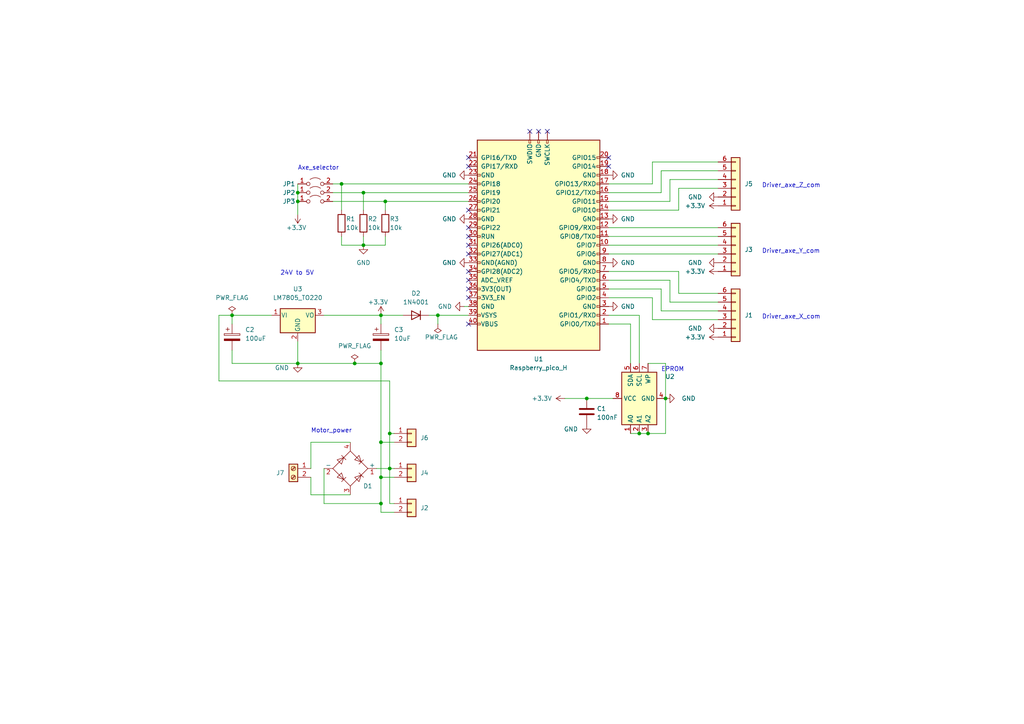
<source format=kicad_sch>
(kicad_sch (version 20211123) (generator eeschema)
  (paper "A4")
  (title_block (title "Raspberry_motor_3_axes") (date "2023-07-07") (rev "0") (company "ALEPH") (comment 1 "By : LAMBERT Tanguy"))
  (lib_symbols
    (symbol "Connector:Screw_Terminal_01x02" (pin_names (offset 1.016) hide)
      (property "Reference" "J" (at 0 2.54 0))
      (property "Value" "Screw_Terminal_01x02" (at 0 -5.08 0))
      (symbol "Screw_Terminal_01x02_1_1"
        (rectangle (start -1.27 1.27) (end 1.27 -3.81) (stroke (width 0.254)) (fill (type background)))
        (circle (center 0 -2.54) (radius 0.635) (stroke (width 0.1524)))
        (polyline (pts (xy -0.5334 -2.2098) (xy 0.3302 -3.048)) (stroke (width 0.1524)))
        (polyline (pts (xy -0.5334 0.3302) (xy 0.3302 -0.508)) (stroke (width 0.1524)))
        (polyline (pts (xy -0.3556 -2.032) (xy 0.508 -2.8702)) (stroke (width 0.1524)))
        (polyline (pts (xy -0.3556 0.508) (xy 0.508 -0.3302)) (stroke (width 0.1524)))
        (circle (center 0 0) (radius 0.635) (stroke (width 0.1524)))
        (pin passive line (at -5.08 0 0) (length 3.81) (name "Pin_1") (number "1"))
        (pin passive line (at -5.08 -2.54 0) (length 3.81) (name "Pin_2") (number "2"))
      )
    )
    (symbol "Connector_Generic:Conn_01x02" (pin_names (offset 1.016) hide)
      (property "Reference" "J" (at 0 2.54 0))
      (property "Value" "Conn_01x02" (at 0 -5.08 0))
      (symbol "Conn_01x02_1_1"
        (rectangle (start -1.27 -2.413) (end 0 -2.667) (stroke (width 0.1524)))
        (rectangle (start -1.27 0.127) (end 0 -0.127) (stroke (width 0.1524)))
        (rectangle (start -1.27 1.27) (end 1.27 -3.81) (stroke (width 0.254)) (fill (type background)))
        (pin passive line (at -5.08 0 0) (length 3.81) (name "Pin_1") (number "1"))
        (pin passive line (at -5.08 -2.54 0) (length 3.81) (name "Pin_2") (number "2"))
      )
    )
    (symbol "Connector_Generic:Conn_01x06" (pin_names (offset 1.016) hide)
      (property "Reference" "J" (at 0 7.62 0))
      (property "Value" "Conn_01x06" (at 0 -10.16 0))
      (symbol "Conn_01x06_1_1"
        (rectangle (start -1.27 -7.493) (end 0 -7.747) (stroke (width 0.1524)))
        (rectangle (start -1.27 -4.953) (end 0 -5.207) (stroke (width 0.1524)))
        (rectangle (start -1.27 -2.413) (end 0 -2.667) (stroke (width 0.1524)))
        (rectangle (start -1.27 0.127) (end 0 -0.127) (stroke (width 0.1524)))
        (rectangle (start -1.27 2.667) (end 0 2.413) (stroke (width 0.1524)))
        (rectangle (start -1.27 5.207) (end 0 4.953) (stroke (width 0.1524)))
        (rectangle (start -1.27 6.35) (end 1.27 -8.89) (stroke (width 0.254)) (fill (type background)))
        (pin passive line (at -5.08 5.08 0) (length 3.81) (name "Pin_1") (number "1"))
        (pin passive line (at -5.08 2.54 0) (length 3.81) (name "Pin_2") (number "2"))
        (pin passive line (at -5.08 0 0) (length 3.81) (name "Pin_3") (number "3"))
        (pin passive line (at -5.08 -2.54 0) (length 3.81) (name "Pin_4") (number "4"))
        (pin passive line (at -5.08 -5.08 0) (length 3.81) (name "Pin_5") (number "5"))
        (pin passive line (at -5.08 -7.62 0) (length 3.81) (name "Pin_6") (number "6"))
      )
    )
    (symbol "Device:C" (pin_numbers hide) (pin_names (offset 0.254))
      (property "Reference" "C" (at 0.635 2.54 0))
      (property "Value" "C" (at 0.635 -2.54 0))
      (symbol "C_0_1"
        (polyline (pts (xy -2.032 -0.762) (xy 2.032 -0.762)) (stroke (width 0.508)))
        (polyline (pts (xy -2.032 0.762) (xy 2.032 0.762)) (stroke (width 0.508)))
      )
      (symbol "C_1_1"
        (pin passive line (at 0 3.81 270) (length 2.794) (name "~") (number "1"))
        (pin passive line (at 0 -3.81 90) (length 2.794) (name "~") (number "2"))
      )
    )
    (symbol "Device:C_Polarized" (pin_numbers hide) (pin_names (offset 0.254))
      (property "Reference" "C" (at 0.635 2.54 0))
      (property "Value" "C_Polarized" (at 0.635 -2.54 0))
      (symbol "C_Polarized_0_1"
        (rectangle (start -2.286 0.508) (end 2.286 1.016))
        (polyline (pts (xy -1.778 2.286) (xy -0.762 2.286)))
        (polyline (pts (xy -1.27 2.794) (xy -1.27 1.778)))
        (rectangle (start 2.286 -0.508) (end -2.286 -1.016) (fill (type outline)))
      )
      (symbol "C_Polarized_1_1"
        (pin passive line (at 0 3.81 270) (length 2.794) (name "~") (number "1"))
        (pin passive line (at 0 -3.81 90) (length 2.794) (name "~") (number "2"))
      )
    )
    (symbol "Device:R" (pin_numbers hide) (pin_names (offset 0))
      (property "Reference" "R" (at 2.032 0 90))
      (property "Value" "R" (at 0 0 90))
      (symbol "R_0_1"
        (rectangle (start -1.016 -2.54) (end 1.016 2.54) (stroke (width 0.254)))
      )
      (symbol "R_1_1"
        (pin passive line (at 0 3.81 270) (length 1.27) (name "~") (number "1"))
        (pin passive line (at 0 -3.81 90) (length 1.27) (name "~") (number "2"))
      )
    )
    (symbol "Diode:1N4001" (pin_numbers hide) (pin_names (offset 1.016) hide)
      (property "Reference" "D" (at 0 2.54 0))
      (property "Value" "1N4001" (at 0 -2.54 0))
      (symbol "1N4001_0_1"
        (polyline (pts (xy -1.27 1.27) (xy -1.27 -1.27)) (stroke (width 0.254)))
        (polyline (pts (xy 1.27 0) (xy -1.27 0)))
        (polyline (pts (xy 1.27 1.27) (xy 1.27 -1.27) (xy -1.27 0) (xy 1.27 1.27)) (stroke (width 0.254)))
      )
      (symbol "1N4001_1_1"
        (pin passive line (at -3.81 0 0) (length 2.54) (name "K") (number "1"))
        (pin passive line (at 3.81 0 180) (length 2.54) (name "A") (number "2"))
      )
    )
    (symbol "Diode_Bridge:ABS2" (pin_names (offset 0))
      (property "Reference" "D" (at 2.54 6.985 0))
      (property "Value" "ABS2" (at 2.54 5.08 0))
      (symbol "ABS2_0_1"
        (polyline (pts (xy -2.54 3.81) (xy -1.27 2.54)))
        (polyline (pts (xy -1.27 -2.54) (xy -2.54 -3.81)))
        (polyline (pts (xy 2.54 -1.27) (xy 3.81 -2.54)))
        (polyline (pts (xy 2.54 1.27) (xy 3.81 2.54)))
        (polyline (pts (xy -3.81 2.54) (xy -2.54 1.27) (xy -1.905 3.175) (xy -3.81 2.54)))
        (polyline (pts (xy -2.54 -1.27) (xy -3.81 -2.54) (xy -1.905 -3.175) (xy -2.54 -1.27)))
        (polyline (pts (xy 1.27 2.54) (xy 2.54 3.81) (xy 3.175 1.905) (xy 1.27 2.54)))
        (polyline (pts (xy 3.175 -1.905) (xy 1.27 -2.54) (xy 2.54 -3.81) (xy 3.175 -1.905)))
        (polyline (pts (xy -5.08 0) (xy 0 -5.08) (xy 5.08 0) (xy 0 5.08) (xy -5.08 0)))
      )
      (symbol "ABS2_1_1"
        (pin passive line (at 7.62 0 180) (length 2.54) (name "+") (number "1"))
        (pin passive line (at -7.62 0 0) (length 2.54) (name "-") (number "2"))
        (pin passive line (at 0 -7.62 90) (length 2.54) (name "~") (number "3"))
        (pin passive line (at 0 7.62 270) (length 2.54) (name "~") (number "4"))
      )
    )
    (symbol "Jumper:Jumper_2_Open" (pin_names (offset 0) hide)
      (property "Reference" "JP" (at 0 2.794 0))
      (property "Value" "Jumper_2_Open" (at 0 -2.286 0))
      (symbol "Jumper_2_Open_0_0"
        (circle (center -2.032 0) (radius 0.508))
        (circle (center 2.032 0) (radius 0.508))
      )
      (symbol "Jumper_2_Open_0_1"
        (arc (start 1.524 1.27) (mid 0 1.778) (end -1.524 1.27))
      )
      (symbol "Jumper_2_Open_1_1"
        (pin passive line (at -5.08 0 0) (length 2.54) (name "A") (number "1"))
        (pin passive line (at 5.08 0 180) (length 2.54) (name "B") (number "2"))
      )
    )
    (symbol "Memory_EEPROM:24LC01"
      (property "Reference" "U" (at -6.35 6.35 0))
      (property "Value" "24LC01" (at 1.27 6.35 0))
      (symbol "24LC01_1_1"
        (rectangle (start -7.62 5.08) (end 7.62 -5.08) (stroke (width 0.254)) (fill (type background)))
        (pin input line (at -10.16 2.54 0) (length 2.54) (name "A0") (number "1"))
        (pin input line (at -10.16 0 0) (length 2.54) (name "A1") (number "2"))
        (pin input line (at -10.16 -2.54 0) (length 2.54) (name "A2") (number "3"))
        (pin power_in line (at 0 -7.62 90) (length 2.54) (name "GND") (number "4"))
        (pin bidirectional line (at 10.16 2.54 180) (length 2.54) (name "SDA") (number "5"))
        (pin input line (at 10.16 0 180) (length 2.54) (name "SCL") (number "6"))
        (pin input line (at 10.16 -2.54 180) (length 2.54) (name "WP") (number "7"))
        (pin power_in line (at 0 7.62 270) (length 2.54) (name "VCC") (number "8"))
      )
    )
    (symbol "ProjetStepperMotor:Raspberry_pico_H" (pin_names (offset 1.016))
      (property "Reference" "Raspberry_Pi_Pico_H_2021" (at -17.78 31.75 0))
      (property "Value" "Raspberry_pico_H" (at 10.16 -31.75 0))
      (symbol "Raspberry_pico_H_0_1"
        (rectangle (start -17.78 30.48) (end 17.78 -30.48) (stroke (width 0.254)) (fill (type background)))
      )
      (symbol "Raspberry_pico_H_1_1"
        (rectangle (start -16.891 -25.146) (end -17.78 -25.654))
        (rectangle (start -16.891 -22.606) (end -17.78 -23.114))
        (rectangle (start -16.891 -20.066) (end -17.78 -20.574))
        (rectangle (start -16.891 -17.526) (end -17.78 -18.034))
        (rectangle (start -16.891 -14.986) (end -17.78 -15.494))
        (rectangle (start -16.891 -12.446) (end -17.78 -12.954))
        (rectangle (start -16.891 -9.906) (end -17.78 -10.414))
        (rectangle (start -16.891 -7.366) (end -17.78 -7.874))
        (rectangle (start -16.891 -4.826) (end -17.78 -5.334))
        (rectangle (start -16.891 -2.286) (end -17.78 -2.794))
        (rectangle (start -16.891 0.254) (end -17.78 -0.254))
        (rectangle (start -16.891 2.794) (end -17.78 2.286))
        (rectangle (start -16.891 5.334) (end -17.78 4.826))
        (rectangle (start -16.891 7.874) (end -17.78 7.366))
        (rectangle (start -16.891 10.414) (end -17.78 9.906))
        (rectangle (start -16.891 12.954) (end -17.78 12.446))
        (rectangle (start -16.891 15.494) (end -17.78 14.986))
        (rectangle (start -16.891 18.034) (end -17.78 17.526))
        (rectangle (start -16.891 20.574) (end -17.78 20.066))
        (rectangle (start -16.891 23.114) (end -17.78 22.606))
        (rectangle (start -2.794 -29.591) (end -2.286 -30.48))
        (rectangle (start -0.254 -29.591) (end 0.254 -30.48))
        (rectangle (start 2.286 -29.591) (end 2.794 -30.48))
        (rectangle (start 17.78 -20.066) (end 16.891 -20.574))
        (rectangle (start 17.78 -17.526) (end 16.891 -18.034))
        (rectangle (start 17.78 -12.446) (end 16.891 -12.954))
        (rectangle (start 17.78 -9.906) (end 16.891 -10.414))
        (rectangle (start 17.78 -7.366) (end 16.891 -7.874))
        (rectangle (start 17.78 -4.826) (end 16.891 -5.334))
        (rectangle (start 17.78 -2.286) (end 16.891 -2.794))
        (rectangle (start 17.78 2.794) (end 16.891 2.286))
        (rectangle (start 17.78 5.334) (end 16.891 4.826))
        (rectangle (start 17.78 7.874) (end 16.891 7.366))
        (rectangle (start 17.78 12.954) (end 16.891 12.446))
        (rectangle (start 17.78 15.494) (end 16.891 14.986))
        (rectangle (start 17.78 20.574) (end 16.891 20.066))
        (rectangle (start 17.78 23.114) (end 16.891 22.606))
        (pin bidirectional line (at 0 -33.02 90) (length 2.54) (name "GND") (number ""))
        (pin bidirectional line (at -2.54 -33.02 90) (length 2.54) (name "SWCLK") (number ""))
        (pin bidirectional line (at 2.54 -33.02 90) (length 2.54) (name "SWDIO") (number ""))
        (pin bidirectional line (at -20.32 22.86 0) (length 2.54) (name "GPIO0/TXD") (number "1"))
        (pin bidirectional line (at -20.32 0 0) (length 2.54) (name "GPIO7") (number "10"))
        (pin bidirectional line (at -20.32 -2.54 0) (length 2.54) (name "GPIO8/TXD") (number "11"))
        (pin bidirectional line (at -20.32 -5.08 0) (length 2.54) (name "GPIO9/RXD") (number "12"))
        (pin bidirectional line (at -20.32 -7.62 0) (length 2.54) (name "GND") (number "13"))
        (pin bidirectional line (at -20.32 -10.16 0) (length 2.54) (name "GPIO10") (number "14"))
        (pin bidirectional line (at -20.32 -12.7 0) (length 2.54) (name "GPIO11") (number "15"))
        (pin bidirectional line (at -20.32 -15.24 0) (length 2.54) (name "GPIO12/TXD") (number "16"))
        (pin bidirectional line (at -20.32 -17.78 0) (length 2.54) (name "GPIO13/RXD") (number "17"))
        (pin bidirectional line (at -20.32 -20.32 0) (length 2.54) (name "GND") (number "18"))
        (pin bidirectional line (at -20.32 -22.86 0) (length 2.54) (name "GPIO14") (number "19"))
        (pin bidirectional line (at -20.32 20.32 0) (length 2.54) (name "GPIO1/RXD") (number "2"))
        (pin bidirectional line (at -20.32 -25.4 0) (length 2.54) (name "GPIO15") (number "20"))
        (pin bidirectional line (at 20.32 -25.4 180) (length 2.54) (name "GPI16/TXD") (number "21"))
        (pin bidirectional line (at 20.32 -22.86 180) (length 2.54) (name "GPI17/RXD") (number "22"))
        (pin bidirectional line (at 20.32 -20.32 180) (length 2.54) (name "GND") (number "23"))
        (pin bidirectional line (at 20.32 -17.78 180) (length 2.54) (name "GPI18") (number "24"))
        (pin bidirectional line (at 20.32 -15.24 180) (length 2.54) (name "GPI19") (number "25"))
        (pin bidirectional line (at 20.32 -12.7 180) (length 2.54) (name "GPI20") (number "26"))
        (pin bidirectional line (at 20.32 -10.16 180) (length 2.54) (name "GPI21") (number "27"))
        (pin bidirectional line (at 20.32 -7.62 180) (length 2.54) (name "GND") (number "28"))
        (pin bidirectional line (at 20.32 -5.08 180) (length 2.54) (name "GPI22") (number "29"))
        (pin bidirectional line (at -20.32 17.78 0) (length 2.54) (name "GND") (number "3"))
        (pin bidirectional line (at 20.32 -2.54 180) (length 2.54) (name "RUN") (number "30"))
        (pin bidirectional line (at 20.32 0 180) (length 2.54) (name "GPI26(ADC0)") (number "31"))
        (pin bidirectional line (at 20.32 2.54 180) (length 2.54) (name "GPI27(ADC1)") (number "32"))
        (pin bidirectional line (at 20.32 5.08 180) (length 2.54) (name "GND(AGND)") (number "33"))
        (pin bidirectional line (at 20.32 7.62 180) (length 2.54) (name "GPI28(ADC2)") (number "34"))
        (pin bidirectional line (at 20.32 10.16 180) (length 2.54) (name "ADC_VREF") (number "35"))
        (pin power_out line (at 20.32 12.7 180) (length 2.54) (name "3V3(OUT)") (number "36"))
        (pin bidirectional line (at 20.32 15.24 180) (length 2.54) (name "3V3_EN") (number "37"))
        (pin power_in line (at 20.32 17.78 180) (length 2.54) (name "GND") (number "38"))
        (pin power_in line (at 20.32 20.32 180) (length 2.54) (name "VSYS") (number "39"))
        (pin bidirectional line (at -20.32 15.24 0) (length 2.54) (name "GPIO2") (number "4"))
        (pin power_in line (at 20.32 22.86 180) (length 2.54) (name "VBUS") (number "40"))
        (pin bidirectional line (at -20.32 12.7 0) (length 2.54) (name "GPIO3") (number "5"))
        (pin bidirectional line (at -20.32 10.16 0) (length 2.54) (name "GPIO4/TXD") (number "6"))
        (pin bidirectional line (at -20.32 7.62 0) (length 2.54) (name "GPIO5/RXD") (number "7"))
        (pin bidirectional line (at -20.32 5.08 0) (length 2.54) (name "GND") (number "8"))
        (pin bidirectional line (at -20.32 2.54 0) (length 2.54) (name "GPIO6") (number "9"))
      )
    )
    (symbol "Regulator_Linear:LM7805_TO220" (pin_names (offset 0.254))
      (property "Reference" "U" (at -3.81 3.175 0))
      (property "Value" "LM7805_TO220" (at 0 3.175 0))
      (symbol "LM7805_TO220_0_1"
        (rectangle (start -5.08 1.905) (end 5.08 -5.08) (stroke (width 0.254)) (fill (type background)))
      )
      (symbol "LM7805_TO220_1_1"
        (pin power_in line (at -7.62 0 0) (length 2.54) (name "VI") (number "1"))
        (pin power_in line (at 0 -7.62 90) (length 2.54) (name "GND") (number "2"))
        (pin power_out line (at 7.62 0 180) (length 2.54) (name "VO") (number "3"))
      )
    )
    (symbol "power:+3.3V" (power) (pin_names (offset 0))
      (property "Value" "+3.3V" (at 0 3.556 0))
      (symbol "+3.3V_0_1"
        (polyline (pts (xy -0.762 1.27) (xy 0 2.54)))
        (polyline (pts (xy 0 0) (xy 0 2.54)))
        (polyline (pts (xy 0 2.54) (xy 0.762 1.27)))
      )
      (symbol "+3.3V_1_1"
        (pin power_in line (at 0 0 90) (length 0) hide (name "+3.3V") (number "1"))
      )
    )
    (symbol "power:GND" (power) (pin_names (offset 0))
      (property "Value" "GND" (at 0 -3.81 0))
      (symbol "GND_0_1"
        (polyline (pts (xy 0 0) (xy 0 -1.27) (xy 1.27 -1.27) (xy 0 -2.54) (xy -1.27 -1.27) (xy 0 -1.27)))
      )
      (symbol "GND_1_1"
        (pin power_in line (at 0 0 270) (length 0) hide (name "GND") (number "1"))
      )
    )
    (symbol "power:PWR_FLAG" (power) (pin_numbers hide) (pin_names (offset 0) hide)
      (property "Value" "PWR_FLAG" (at 0 3.81 0))
      (symbol "PWR_FLAG_0_0"
        (pin power_out line (at 0 0 90) (length 0) (name "pwr") (number "1"))
      )
      (symbol "PWR_FLAG_0_1"
        (polyline (pts (xy 0 0) (xy 0 1.27) (xy -1.016 1.905) (xy 0 2.54) (xy 1.016 1.905) (xy 0 1.27)))
      )
    )
  )
  (junction (at 86.36 105.41))
  (junction (at 110.49 146.05))
  (junction (at 170.18 115.57))
  (junction (at 111.76 58.42))
  (junction (at 187.96 125.73))
  (junction (at 110.49 128.27))
  (junction (at 110.49 91.44))
  (junction (at 86.36 58.42))
  (junction (at 102.87 105.41))
  (junction (at 105.41 71.12))
  (junction (at 110.49 105.41))
  (junction (at 193.04 115.57))
  (junction (at 99.06 53.34))
  (junction (at 127 91.44))
  (junction (at 185.42 125.73))
  (junction (at 67.31 91.44))
  (junction (at 110.49 138.43))
  (junction (at 105.41 55.88))
  (junction (at 113.03 125.73))
  (junction (at 113.03 135.89))
  (junction (at 86.36 55.88))
  (no_connect (at 135.89 83.82))
  (no_connect (at 135.89 86.36))
  (no_connect (at 135.89 48.26))
  (no_connect (at 135.89 45.72))
  (no_connect (at 135.89 60.96))
  (no_connect (at 135.89 73.66))
  (no_connect (at 135.89 93.98))
  (no_connect (at 153.67 38.1))
  (no_connect (at 176.53 45.72))
  (no_connect (at 176.53 48.26))
  (no_connect (at 158.75 38.1))
  (no_connect (at 156.21 38.1))
  (no_connect (at 135.89 66.04))
  (no_connect (at 135.89 68.58))
  (no_connect (at 135.89 81.28))
  (no_connect (at 135.89 78.74))
  (no_connect (at 135.89 71.12))
  (wire (pts (xy 176.53 73.66) (xy 208.28 73.66)))
  (wire (pts (xy 114.3 146.05) (xy 113.03 146.05)))
  (wire (pts (xy 86.36 99.06) (xy 86.36 105.41)))
  (wire (pts (xy 189.23 92.71) (xy 208.28 92.71)))
  (wire (pts (xy 196.85 54.61) (xy 208.28 54.61)))
  (wire (pts (xy 90.17 143.51) (xy 101.6 143.51)))
  (wire (pts (xy 176.53 93.98) (xy 182.88 93.98)))
  (wire (pts (xy 189.23 53.34) (xy 189.23 46.99)))
  (wire (pts (xy 194.31 87.63) (xy 208.28 87.63)))
  (wire (pts (xy 196.85 60.96) (xy 196.85 54.61)))
  (wire (pts (xy 170.18 115.57) (xy 177.8 115.57)))
  (wire (pts (xy 176.53 81.28) (xy 194.31 81.28)))
  (wire (pts (xy 90.17 135.89) (xy 90.17 128.27)))
  (wire (pts (xy 99.06 71.12) (xy 105.41 71.12)))
  (wire (pts (xy 93.98 91.44) (xy 110.49 91.44)))
  (wire (pts (xy 110.49 91.44) (xy 110.49 93.98)))
  (wire (pts (xy 111.76 71.12) (xy 105.41 71.12)))
  (wire (pts (xy 96.52 53.34) (xy 99.06 53.34)))
  (wire (pts (xy 189.23 86.36) (xy 189.23 92.71)))
  (wire (pts (xy 176.53 86.36) (xy 189.23 86.36)))
  (wire (pts (xy 127 91.44) (xy 135.89 91.44)))
  (wire (pts (xy 110.49 148.59) (xy 110.49 146.05)))
  (wire (pts (xy 110.49 146.05) (xy 110.49 138.43)))
  (wire (pts (xy 124.46 91.44) (xy 127 91.44)))
  (wire (pts (xy 110.49 138.43) (xy 114.3 138.43)))
  (wire (pts (xy 194.31 58.42) (xy 194.31 52.07)))
  (wire (pts (xy 96.52 58.42) (xy 111.76 58.42)))
  (wire (pts (xy 191.77 90.17) (xy 208.28 90.17)))
  (wire (pts (xy 176.53 55.88) (xy 191.77 55.88)))
  (wire (pts (xy 67.31 105.41) (xy 86.36 105.41)))
  (wire (pts (xy 99.06 53.34) (xy 135.89 53.34)))
  (wire (pts (xy 63.5 91.44) (xy 67.31 91.44)))
  (wire (pts (xy 176.53 66.04) (xy 208.28 66.04)))
  (wire (pts (xy 185.42 91.44) (xy 185.42 105.41)))
  (wire (pts (xy 86.36 62.23) (xy 86.36 58.42)))
  (wire (pts (xy 191.77 55.88) (xy 191.77 49.53)))
  (wire (pts (xy 208.28 85.09) (xy 196.85 85.09)))
  (wire (pts (xy 176.53 68.58) (xy 208.28 68.58)))
  (wire (pts (xy 105.41 55.88) (xy 105.41 60.96)))
  (wire (pts (xy 109.22 135.89) (xy 113.03 135.89)))
  (wire (pts (xy 110.49 105.41) (xy 102.87 105.41)))
  (wire (pts (xy 110.49 91.44) (xy 116.84 91.44)))
  (wire (pts (xy 63.5 110.49) (xy 113.03 110.49)))
  (wire (pts (xy 111.76 58.42) (xy 111.76 60.96)))
  (wire (pts (xy 86.36 105.41) (xy 102.87 105.41)))
  (wire (pts (xy 99.06 68.58) (xy 99.06 71.12)))
  (wire (pts (xy 134.62 88.9) (xy 135.89 88.9)))
  (wire (pts (xy 176.53 83.82) (xy 191.77 83.82)))
  (wire (pts (xy 176.53 58.42) (xy 194.31 58.42)))
  (wire (pts (xy 113.03 125.73) (xy 114.3 125.73)))
  (wire (pts (xy 99.06 53.34) (xy 99.06 60.96)))
  (wire (pts (xy 96.52 55.88) (xy 105.41 55.88)))
  (wire (pts (xy 93.98 146.05) (xy 110.49 146.05)))
  (wire (pts (xy 67.31 91.44) (xy 78.74 91.44)))
  (wire (pts (xy 86.36 58.42) (xy 86.36 55.88)))
  (wire (pts (xy 114.3 148.59) (xy 110.49 148.59)))
  (wire (pts (xy 185.42 125.73) (xy 187.96 125.73)))
  (wire (pts (xy 191.77 83.82) (xy 191.77 90.17)))
  (wire (pts (xy 110.49 101.6) (xy 110.49 105.41)))
  (wire (pts (xy 176.53 91.44) (xy 185.42 91.44)))
  (wire (pts (xy 93.98 135.89) (xy 93.98 146.05)))
  (wire (pts (xy 113.03 125.73) (xy 113.03 135.89)))
  (wire (pts (xy 182.88 93.98) (xy 182.88 105.41)))
  (wire (pts (xy 110.49 128.27) (xy 110.49 138.43)))
  (wire (pts (xy 113.03 135.89) (xy 114.3 135.89)))
  (wire (pts (xy 114.3 128.27) (xy 110.49 128.27)))
  (wire (pts (xy 111.76 58.42) (xy 135.89 58.42)))
  (wire (pts (xy 113.03 110.49) (xy 113.03 125.73)))
  (wire (pts (xy 113.03 135.89) (xy 113.03 146.05)))
  (wire (pts (xy 176.53 53.34) (xy 189.23 53.34)))
  (wire (pts (xy 191.77 49.53) (xy 208.28 49.53)))
  (wire (pts (xy 187.96 105.41) (xy 193.04 105.41)))
  (wire (pts (xy 193.04 105.41) (xy 193.04 115.57)))
  (wire (pts (xy 90.17 128.27) (xy 101.6 128.27)))
  (wire (pts (xy 194.31 81.28) (xy 194.31 87.63)))
  (wire (pts (xy 163.83 115.57) (xy 170.18 115.57)))
  (wire (pts (xy 67.31 105.41) (xy 67.31 101.6)))
  (wire (pts (xy 182.88 125.73) (xy 185.42 125.73)))
  (wire (pts (xy 63.5 91.44) (xy 63.5 110.49)))
  (wire (pts (xy 105.41 55.88) (xy 135.89 55.88)))
  (wire (pts (xy 189.23 46.99) (xy 208.28 46.99)))
  (wire (pts (xy 86.36 53.34) (xy 86.36 55.88)))
  (wire (pts (xy 67.31 91.44) (xy 67.31 93.98)))
  (wire (pts (xy 194.31 52.07) (xy 208.28 52.07)))
  (wire (pts (xy 176.53 60.96) (xy 196.85 60.96)))
  (wire (pts (xy 196.85 85.09) (xy 196.85 78.74)))
  (wire (pts (xy 187.96 125.73) (xy 193.04 125.73)))
  (wire (pts (xy 105.41 68.58) (xy 105.41 71.12)))
  (wire (pts (xy 90.17 138.43) (xy 90.17 143.51)))
  (wire (pts (xy 196.85 78.74) (xy 176.53 78.74)))
  (wire (pts (xy 110.49 105.41) (xy 110.49 128.27)))
  (wire (pts (xy 127 93.98) (xy 127 91.44)))
  (wire (pts (xy 111.76 68.58) (xy 111.76 71.12)))
  (wire (pts (xy 193.04 115.57) (xy 193.04 125.73)))
  (wire (pts (xy 176.53 71.12) (xy 208.28 71.12)))
  (text "Driver_axe_Y_com" (at 220.98 73.66 0) (effects (font (size 1.27 1.27)) (justify left bottom)))
  (text "Driver_axe_Z_com\n" (at 220.98 54.61 0) (effects (font (size 1.27 1.27)) (justify left bottom)))
  (text "Driver_axe_X_com\n" (at 220.98 92.71 0) (effects (font (size 1.27 1.27)) (justify left bottom)))
  (text "Motor_power\n" (at 90.17 125.73 0) (effects (font (size 1.27 1.27)) (justify left bottom)))
  (text "24V to 5V" (at 81.28 80.01 0) (effects (font (size 1.27 1.27)) (justify left bottom)))
  (text "EPROM" (at 191.77 107.95 0) (effects (font (size 1.27 1.27)) (justify left bottom)))
  (text "Axe_selector\n" (at 86.36 49.53 0) (effects (font (size 1.27 1.27)) (justify left bottom)))
  (symbol (lib_id "Device:C") (at 170.18 119.38 0) (unit 1)
    (property "Reference" "C1" (at 173.101 118.5453 0) (effects (justify left)))
    (property "Value" "100nF" (at 173.101 121.0822 0) (effects (justify left)))
    (property "Footprint" "Capacitor_THT:C_Rect_L7.0mm_W2.0mm_P5.00mm" (effects hide))
  )
  (symbol (lib_id "Device:R") (at 111.76 64.77 0) (unit 1)
    (property "Reference" "R3" (at 113.03 63.5 0) (effects (justify left)))
    (property "Value" "10k" (at 113.03 66.04 0) (effects (justify left)))
    (property "Footprint" "Resistor_THT:R_Axial_DIN0207_L6.3mm_D2.5mm_P7.62mm_Horizontal" (effects hide))
  )
  (symbol (lib_id "power:GND") (at 176.53 76.2 90) (mirror x) (unit 1)
    (property "Reference" "#PWR?" (effects hide))
    (property "Value" "GND" (at 184.15 76.2 90) (effects (justify left)))
  )
  (symbol (lib_id "power:GND") (at 208.28 76.2 270) (mirror x) (unit 1)
    (property "Reference" "#PWR010" (effects hide))
    (property "Value" "GND" (at 199.55 76.1999 90) (effects (justify left)))
  )
  (symbol (lib_id "power:GND") (at 170.18 123.19 0) (mirror y) (unit 1)
    (property "Reference" "#PWR06" (effects hide))
    (property "Value" "GND" (at 167.64 124.46 0) (effects (justify left)))
  )
  (symbol (lib_id "power:PWR_FLAG") (at 127 93.98 180) (unit 1)
    (property "Reference" "#FLG0101" (effects hide))
    (property "Value" "PWR_FLAG" (at 123.19 97.79 0) (effects (justify right)))
  )
  (symbol (lib_id "Connector_Generic:Conn_01x06") (at 213.36 73.66 0) (mirror x) (unit 1)
    (property "Reference" "J3" (at 217.17 72.39 0))
    (property "Value" "Conn_01x06" (effects hide))
    (property "Footprint" "Connector_PinHeader_2.54mm:PinHeader_1x06_P2.54mm_Vertical" (effects hide))
  )
  (symbol (lib_id "power:GND") (at 176.53 63.5 90) (mirror x) (unit 1)
    (property "Reference" "#PWR?" (effects hide))
    (property "Value" "GND" (at 184.15 63.5 90) (effects (justify left)))
  )
  (symbol (lib_id "power:PWR_FLAG") (at 67.31 91.44 0) (unit 1)
    (property "Reference" "#FLG01" (effects hide))
    (property "Value" "PWR_FLAG" (at 67.31 86.36 0))
  )
  (symbol (lib_id "Regulator_Linear:LM7805_TO220") (at 86.36 91.44 0) (unit 1)
    (property "Reference" "U3" (at 86.36 83.82 0))
    (property "Value" "LM7805_TO220" (at 86.36 86.36 0))
    (property "Footprint" "Package_TO_SOT_THT:TO-220-3_Vertical" (effects hide))
    (property "Datasheet" "https://www.onsemi.cn/PowerSolutions/document/MC7800-D.PDF" (effects hide))
  )
  (symbol (lib_id "power:GND") (at 134.62 88.9 270) (mirror x) (unit 1)
    (property "Reference" "#PWR04" (effects hide))
    (property "Value" "GND" (at 127 88.9 90) (effects (justify left)))
  )
  (symbol (lib_id "power:GND") (at 135.89 50.8 270) (mirror x) (unit 1)
    (property "Reference" "#PWR?" (effects hide))
    (property "Value" "GND" (at 128.27 50.8 90) (effects (justify left)))
  )
  (symbol (lib_id "Connector_Generic:Conn_01x02") (at 119.38 125.73 0) (unit 1)
    (property "Reference" "J6" (at 121.92 126.9999 0) (effects (justify left)))
    (property "Value" "Conn_01x02" (effects hide))
    (property "Footprint" "Connector_PinHeader_2.54mm:PinHeader_1x02_P2.54mm_Vertical" (effects hide))
  )
  (symbol (lib_id "Memory_EEPROM:24LC01") (at 185.42 115.57 90) (unit 1)
    (property "Reference" "U2" (at 194.31 109.22 90))
    (property "Value" "24LC01" (effects hide))
    (property "Footprint" "Package_DIP:DIP-8_W7.62mm" (effects hide))
    (property "Datasheet" "http://ww1.microchip.com/downloads/en/DeviceDoc/21711J.pdf" (effects hide))
  )
  (symbol (lib_id "Diode:1N4001") (at 120.65 91.44 0) (mirror y) (unit 1)
    (property "Reference" "D2" (at 120.65 85.09 0))
    (property "Value" "1N4001" (at 120.65 87.63 0))
    (property "Footprint" "Diode_THT:D_DO-41_SOD81_P10.16mm_Horizontal" (effects hide))
    (property "Datasheet" "http://www.vishay.com/docs/88503/1n4001.pdf" (effects hide))
  )
  (symbol (lib_id "power:PWR_FLAG") (at 102.87 105.41 0) (unit 1)
    (property "Reference" "#FLG02" (effects hide))
    (property "Value" "PWR_FLAG" (at 102.87 100.33 0))
  )
  (symbol (lib_id "ProjetStepperMotor:Raspberry_pico_H") (at 156.21 71.12 180) (unit 1)
    (property "Reference" "U1" (at 156.21 104.14 0))
    (property "Value" "Raspberry_pico_H" (at 156.21 106.68 0))
    (property "Footprint" "LibraryFootprint:foo" (effects hide))
    (property "Datasheet" "https://www.raspberrypi.org/documentation/hardware/raspberrypi/schematics/rpi_SCH_3bplus_1p0_reduced.pdf" (effects hide))
  )
  (symbol (lib_id "Connector_Generic:Conn_01x06") (at 213.36 92.71 0) (mirror x) (unit 1)
    (property "Reference" "J1" (at 217.17 91.44 0))
    (property "Value" "Conn_01x06" (effects hide))
    (property "Footprint" "Connector_PinHeader_2.54mm:PinHeader_1x06_P2.54mm_Vertical" (effects hide))
  )
  (symbol (lib_id "power:GND") (at 135.89 63.5 270) (mirror x) (unit 1)
    (property "Reference" "#PWR?" (effects hide))
    (property "Value" "GND" (at 128.27 63.5 90) (effects (justify left)))
  )
  (symbol (lib_id "Device:R") (at 99.06 64.77 0) (unit 1)
    (property "Reference" "R1" (at 100.33 63.5 0) (effects (justify left)))
    (property "Value" "10k" (at 100.33 66.04 0) (effects (justify left)))
    (property "Footprint" "Resistor_THT:R_Axial_DIN0207_L6.3mm_D2.5mm_P7.62mm_Horizontal" (effects hide))
  )
  (symbol (lib_id "power:+3.3V") (at 208.28 97.79 90) (unit 1)
    (property "Reference" "#PWR013" (effects hide))
    (property "Value" "+3.3V" (at 204.55 97.7899 90) (effects (justify left)))
  )
  (symbol (lib_id "Connector:Screw_Terminal_01x02") (at 85.09 135.89 0) (mirror y) (unit 1)
    (property "Reference" "J7" (at 81.28 137.16 0))
    (property "Value" "Screw_Terminal_01x02" (effects hide))
    (property "Footprint" "TerminalBlock:TerminalBlock_bornier-2_P5.08mm" (effects hide))
  )
  (symbol (lib_id "power:+3.3V") (at 208.28 78.74 90) (unit 1)
    (property "Reference" "#PWR011" (effects hide))
    (property "Value" "+3.3V" (at 204.55 78.7399 90) (effects (justify left)))
  )
  (symbol (lib_id "power:GND") (at 176.53 50.8 90) (mirror x) (unit 1)
    (property "Reference" "#PWR?" (effects hide))
    (property "Value" "GND" (at 184.15 50.8 90) (effects (justify left)))
  )
  (symbol (lib_id "power:+3.3V") (at 86.36 62.23 180) (unit 1)
    (property "Reference" "#PWR01" (effects hide))
    (property "Value" "+3.3V" (at 88.9 66.04 0) (effects (justify left)))
  )
  (symbol (lib_id "Jumper:Jumper_2_Open") (at 91.44 55.88 0) (unit 1)
    (property "Reference" "JP2" (at 83.82 55.88 0))
    (property "Value" "Jumper_2_Open" (effects hide))
    (property "Footprint" "Connector_PinHeader_2.54mm:PinHeader_1x02_P2.54mm_Vertical" (effects hide))
  )
  (symbol (lib_id "power:+3.3V") (at 163.83 115.57 90) (unit 1)
    (property "Reference" "#PWR05" (effects hide))
    (property "Value" "+3.3V" (at 160.1 115.5699 90) (effects (justify left)))
  )
  (symbol (lib_id "power:GND") (at 193.04 115.57 90) (unit 1)
    (property "Reference" "#PWR07" (effects hide))
    (property "Value" "GND" (at 201.77 115.5699 90) (effects (justify left)))
  )
  (symbol (lib_id "Connector_Generic:Conn_01x06") (at 213.36 54.61 0) (mirror x) (unit 1)
    (property "Reference" "J5" (at 217.17 53.34 0))
    (property "Value" "Conn_01x06" (effects hide))
    (property "Footprint" "Connector_PinHeader_2.54mm:PinHeader_1x06_P2.54mm_Vertical" (effects hide))
  )
  (symbol (lib_id "power:GND") (at 176.53 88.9 90) (mirror x) (unit 1)
    (property "Reference" "#PWR?" (effects hide))
    (property "Value" "GND" (at 184.15 88.9 90) (effects (justify left)))
  )
  (symbol (lib_id "Jumper:Jumper_2_Open") (at 91.44 58.42 0) (unit 1)
    (property "Reference" "JP3" (at 83.82 58.42 0))
    (property "Value" "Jumper_2_Open" (effects hide))
    (property "Footprint" "Connector_PinHeader_2.54mm:PinHeader_1x02_P2.54mm_Vertical" (effects hide))
  )
  (symbol (lib_id "Diode_Bridge:ABS2") (at 101.6 135.89 0) (unit 1)
    (property "Reference" "D1" (at 106.68 140.97 0))
    (property "Value" "ABS2" (effects hide))
    (property "Footprint" "Diode_SMD:Diode_Bridge_Diotec_ABS" (effects hide))
    (property "Datasheet" "https://diotec.com/tl_files/diotec/files/pdf/datasheets/abs2.pdf" (effects hide))
  )
  (symbol (lib_id "Connector_Generic:Conn_01x02") (at 119.38 146.05 0) (unit 1)
    (property "Reference" "J2" (at 121.92 147.3199 0) (effects (justify left)))
    (property "Value" "Conn_01x02" (effects hide))
    (property "Footprint" "Connector_PinHeader_2.54mm:PinHeader_1x02_P2.54mm_Vertical" (effects hide))
  )
  (symbol (lib_id "power:GND") (at 208.28 95.25 270) (mirror x) (unit 1)
    (property "Reference" "#PWR012" (effects hide))
    (property "Value" "GND" (at 199.55 95.2499 90) (effects (justify left)))
  )
  (symbol (lib_id "power:+3.3V") (at 208.28 59.69 90) (unit 1)
    (property "Reference" "#PWR09" (effects hide))
    (property "Value" "+3.3V" (at 204.55 59.6899 90) (effects (justify left)))
  )
  (symbol (lib_id "Device:C_Polarized") (at 110.49 97.79 0) (unit 1)
    (property "Reference" "C3" (at 114.3 95.6309 0) (effects (justify left)))
    (property "Value" "10uF" (at 114.3 98.1709 0) (effects (justify left)))
    (property "Footprint" "Capacitor_THT:C_Rect_L7.0mm_W2.0mm_P5.00mm" (effects hide))
  )
  (symbol (lib_id "Device:R") (at 105.41 64.77 0) (unit 1)
    (property "Reference" "R2" (at 106.68 63.5 0) (effects (justify left)))
    (property "Value" "10k" (at 106.68 66.04 0) (effects (justify left)))
    (property "Footprint" "Resistor_THT:R_Axial_DIN0207_L6.3mm_D2.5mm_P7.62mm_Horizontal" (effects hide))
  )
  (symbol (lib_id "power:GND") (at 86.36 105.41 0) (mirror y) (unit 1)
    (property "Reference" "#PWR014" (effects hide))
    (property "Value" "GND" (at 83.82 106.68 0) (effects (justify left)))
  )
  (symbol (lib_id "Device:C_Polarized") (at 67.31 97.79 0) (unit 1)
    (property "Reference" "C2" (at 71.12 95.6309 0) (effects (justify left)))
    (property "Value" "100uF" (at 71.12 98.1709 0) (effects (justify left)))
    (property "Footprint" "Capacitor_THT:C_Rect_L7.0mm_W2.0mm_P5.00mm" (effects hide))
  )
  (symbol (lib_id "Jumper:Jumper_2_Open") (at 91.44 53.34 0) (unit 1)
    (property "Reference" "JP1" (at 83.82 53.34 0))
    (property "Value" "Jumper_2_Open" (effects hide))
    (property "Footprint" "Connector_PinHeader_2.54mm:PinHeader_1x02_P2.54mm_Vertical" (effects hide))
  )
  (symbol (lib_id "power:GND") (at 105.41 71.12 0) (unit 1)
    (property "Reference" "#PWR02" (effects hide))
    (property "Value" "GND" (at 105.41 76.2 0))
  )
  (symbol (lib_id "power:GND") (at 135.89 76.2 270) (mirror x) (unit 1)
    (property "Reference" "#PWR?" (effects hide))
    (property "Value" "GND" (at 128.27 76.2 90) (effects (justify left)))
  )
  (symbol (lib_id "Connector_Generic:Conn_01x02") (at 119.38 135.89 0) (unit 1)
    (property "Reference" "J4" (at 121.92 137.1599 0) (effects (justify left)))
    (property "Value" "Conn_01x02" (effects hide))
    (property "Footprint" "Connector_PinHeader_2.54mm:PinHeader_1x02_P2.54mm_Vertical" (effects hide))
  )
  (symbol (lib_id "power:GND") (at 208.28 57.15 270) (mirror x) (unit 1)
    (property "Reference" "#PWR08" (effects hide))
    (property "Value" "GND" (at 199.55 57.1499 90) (effects (justify left)))
  )
  (symbol (lib_id "power:+3.3V") (at 110.49 91.44 0) (unit 1)
    (property "Reference" "#PWR0101" (effects hide))
    (property "Value" "+3.3V" (at 106.68 87.63 0) (effects (justify left)))
  )
)
</source>
